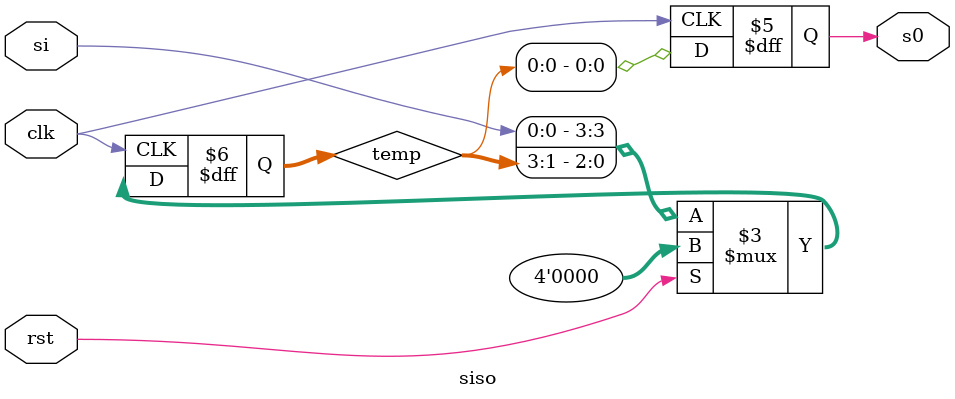
<source format=v>
`timescale 1ns / 1ps


module siso(
    input si,clk,rst,
    output reg s0
    );
   reg [3:0] temp;
   
    
    always @ (posedge clk)
      begin
        if(rst)
        temp<=4'b0000;
        else
          temp<={si,temp[3:1]};
         s0<=temp[0];
      end
          
endmodule

</source>
